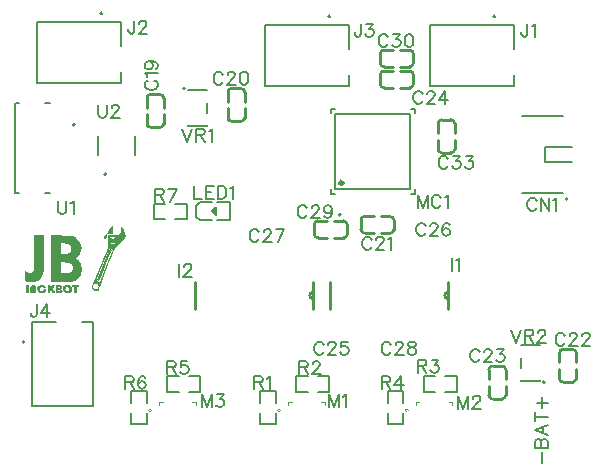
<source format=gto>
G04 Layer: TopSilkscreenLayer*
G04 EasyEDA v6.5.22, 2022-12-05 22:01:04*
G04 d1a99e3ffb4d45b387634f4a3d5e2a22,8bbad783b4b447a482771b0ae512d992,10*
G04 Gerber Generator version 0.2*
G04 Scale: 100 percent, Rotated: No, Reflected: No *
G04 Dimensions in inches *
G04 leading zeros omitted , absolute positions ,3 integer and 6 decimal *
%FSLAX36Y36*%
%MOIN*%

%ADD10C,0.0070*%
%ADD11C,0.0060*%
%ADD12C,0.0100*%
%ADD13C,0.0047*%
%ADD14C,0.0059*%
%ADD15C,0.0079*%
%ADD16C,0.0050*%
%ADD17C,0.0060*%
%ADD18C,0.0079*%
%ADD19C,0.0118*%
%ADD20C,0.0197*%

%LPD*%
G36*
X354500Y-718980D02*
G01*
X354500Y-742099D01*
X347120Y-750000D01*
X311880Y-750000D01*
X312247Y-757280D01*
X336980Y-757280D01*
X336980Y-760000D01*
X336560Y-761919D01*
X335540Y-762660D01*
X334300Y-762180D01*
X333240Y-760460D01*
X332440Y-758180D01*
X329020Y-763640D01*
X326220Y-758700D01*
X323840Y-763120D01*
X321040Y-758180D01*
X317920Y-763640D01*
X317860Y-757280D01*
X312247Y-757280D01*
X313348Y-779080D01*
X317960Y-779080D01*
X319900Y-773340D01*
X322400Y-777940D01*
X327100Y-773480D01*
X328760Y-778180D01*
X332440Y-772720D01*
X334060Y-777300D01*
X336980Y-775240D01*
X336980Y-779080D01*
X313348Y-779080D01*
X313520Y-782480D01*
X311640Y-790900D01*
X310240Y-795020D01*
X307660Y-801820D01*
X299620Y-821800D01*
X288860Y-847520D01*
X265405Y-902280D01*
X274860Y-902280D01*
X274860Y-899020D01*
X275080Y-898000D01*
X276820Y-892880D01*
X279980Y-884360D01*
X289220Y-860500D01*
X301440Y-829860D01*
X310940Y-806720D01*
X314320Y-798820D01*
X316360Y-794500D01*
X316620Y-794080D01*
X318140Y-792400D01*
X319700Y-792000D01*
X321659Y-792940D01*
X324420Y-795260D01*
X328160Y-798700D01*
X315240Y-830520D01*
X285440Y-904479D01*
X282660Y-904479D01*
X281380Y-904400D01*
X279960Y-904160D01*
X278560Y-903820D01*
X274860Y-902280D01*
X265405Y-902280D01*
X258760Y-917780D01*
X259007Y-920580D01*
X263700Y-920580D01*
X263700Y-915600D01*
X267240Y-912760D01*
X270360Y-910699D01*
X272960Y-910120D01*
X275400Y-911080D01*
X278040Y-913580D01*
X279320Y-915220D01*
X280260Y-916860D01*
X280840Y-918480D01*
X281080Y-920100D01*
X280980Y-921700D01*
X280520Y-923319D01*
X279720Y-924960D01*
X278580Y-926600D01*
X275960Y-929920D01*
X271740Y-929920D01*
X269840Y-929780D01*
X268200Y-929360D01*
X266820Y-928620D01*
X265700Y-927600D01*
X264820Y-926300D01*
X264200Y-924700D01*
X263820Y-922780D01*
X263700Y-920580D01*
X259007Y-920580D01*
X259720Y-928660D01*
X268360Y-935980D01*
X278180Y-935980D01*
X280760Y-932980D01*
X281460Y-931600D01*
X283860Y-926020D01*
X287420Y-917240D01*
X297060Y-892320D01*
X317300Y-838400D01*
X324920Y-818560D01*
X329460Y-807140D01*
X334120Y-796660D01*
X343820Y-785020D01*
X347939Y-780580D01*
X352400Y-776180D01*
X356620Y-772360D01*
X367000Y-764120D01*
X370920Y-753360D01*
X368459Y-741480D01*
X367760Y-738900D01*
X366100Y-733980D01*
X365160Y-731680D01*
X364159Y-729520D01*
X363100Y-727520D01*
X362020Y-725720D01*
X360900Y-724140D01*
X359780Y-722780D01*
X358660Y-721660D01*
X357540Y-720840D01*
G37*
G36*
X327780Y-719120D02*
G01*
X327000Y-719340D01*
X325840Y-719960D01*
X322939Y-721979D01*
X322080Y-722800D01*
X319860Y-725520D01*
X317200Y-729320D01*
X314440Y-733760D01*
X311800Y-738379D01*
X309080Y-742720D01*
X306500Y-746380D01*
X305380Y-747800D01*
X304400Y-748880D01*
X303600Y-749580D01*
X300340Y-751860D01*
X300340Y-761160D01*
X309100Y-760000D01*
X309100Y-747280D01*
X333000Y-745460D01*
X329020Y-742520D01*
X329020Y-719120D01*
G37*
G36*
X123520Y-749760D02*
G01*
X123520Y-776760D01*
X155380Y-776760D01*
X181340Y-778780D01*
X189640Y-785819D01*
X190640Y-801320D01*
X183800Y-809620D01*
X176840Y-811620D01*
X173580Y-812400D01*
X169820Y-813040D01*
X166020Y-813460D01*
X162640Y-813620D01*
X155380Y-813620D01*
X155380Y-776760D01*
X123520Y-776760D01*
X123520Y-840420D01*
X155380Y-840420D01*
X181660Y-842020D01*
X191100Y-847240D01*
X195520Y-860520D01*
X191220Y-870860D01*
X180080Y-877220D01*
X155380Y-877220D01*
X155380Y-840420D01*
X123520Y-840420D01*
X123520Y-906300D01*
X191439Y-906300D01*
X208740Y-900500D01*
X223580Y-883040D01*
X227160Y-863379D01*
X223560Y-844220D01*
X218939Y-838240D01*
X216780Y-835720D01*
X214280Y-833340D01*
X211780Y-831320D01*
X209540Y-829980D01*
X204760Y-827720D01*
X219080Y-813319D01*
X224259Y-793000D01*
X220400Y-773259D01*
X213400Y-764520D01*
X210380Y-761340D01*
X207079Y-758319D01*
X205460Y-756979D01*
X202480Y-754880D01*
X196000Y-750920D01*
G37*
G36*
X66180Y-750000D02*
G01*
X66180Y-866480D01*
X58360Y-875400D01*
X52660Y-875400D01*
X50020Y-875200D01*
X47020Y-874640D01*
X44040Y-873800D01*
X41440Y-872780D01*
X35920Y-870140D01*
X35920Y-902500D01*
X41880Y-904380D01*
X45020Y-905120D01*
X49140Y-905720D01*
X53720Y-906120D01*
X58220Y-906280D01*
X68580Y-906260D01*
X84640Y-897740D01*
X93180Y-886140D01*
X98040Y-867480D01*
X98040Y-750000D01*
G37*
G36*
X318620Y-795440D02*
G01*
X318060Y-796300D01*
X316960Y-798620D01*
X276720Y-898120D01*
X281880Y-902700D01*
X283900Y-900100D01*
X285700Y-896180D01*
X288900Y-888700D01*
X298080Y-866380D01*
X310040Y-836580D01*
X319160Y-813379D01*
X322280Y-805140D01*
X324000Y-800260D01*
X324240Y-799340D01*
X323640Y-798139D01*
X322200Y-796860D01*
X320360Y-795860D01*
G37*
G36*
X172420Y-914220D02*
G01*
X163380Y-920480D01*
X161308Y-928960D01*
X170479Y-928960D01*
X170760Y-926900D01*
X171520Y-925140D01*
X172659Y-923760D01*
X174080Y-922780D01*
X175680Y-922260D01*
X177360Y-922240D01*
X179020Y-922780D01*
X180560Y-923940D01*
X181700Y-926080D01*
X182060Y-928960D01*
X181700Y-931820D01*
X180560Y-933960D01*
X179020Y-935120D01*
X177360Y-935660D01*
X175680Y-935639D01*
X174080Y-935120D01*
X172659Y-934140D01*
X171520Y-932760D01*
X170760Y-931020D01*
X170479Y-928960D01*
X161308Y-928960D01*
X160980Y-930300D01*
X165219Y-939360D01*
X173500Y-943740D01*
X184060Y-942280D01*
X191160Y-934180D01*
X191160Y-923720D01*
X183960Y-915520D01*
G37*
G36*
X88440Y-914320D02*
G01*
X79980Y-919740D01*
X77260Y-926979D01*
X78680Y-936060D01*
X84820Y-942320D01*
X94900Y-943660D01*
X102020Y-940879D01*
X105600Y-934760D01*
X106420Y-933020D01*
X106980Y-931580D01*
X107180Y-930600D01*
X107180Y-928960D01*
X98760Y-928960D01*
X96199Y-934880D01*
X90239Y-935740D01*
X86500Y-932580D01*
X86500Y-929060D01*
X86900Y-926180D01*
X88080Y-924080D01*
X89980Y-922800D01*
X92579Y-922360D01*
X95540Y-922360D01*
X98420Y-927080D01*
X106880Y-926060D01*
X106260Y-923680D01*
X105780Y-922520D01*
X104940Y-921120D01*
X103840Y-919680D01*
X102620Y-918379D01*
X99600Y-915480D01*
G37*
G36*
X40000Y-914460D02*
G01*
X40000Y-935540D01*
X37420Y-935540D01*
X37420Y-943439D01*
X39860Y-943439D01*
X41040Y-943240D01*
X42480Y-942700D01*
X43980Y-941900D01*
X45340Y-940920D01*
X48400Y-938400D01*
X49300Y-914460D01*
G37*
G36*
X59260Y-914460D02*
G01*
X52920Y-920920D01*
X52920Y-943439D01*
X61640Y-943439D01*
X63280Y-932900D01*
X61580Y-922020D01*
X65199Y-923240D01*
X65940Y-943439D01*
X73600Y-943439D01*
X73600Y-919740D01*
X68420Y-914460D01*
G37*
G36*
X111060Y-914460D02*
G01*
X111060Y-943439D01*
X119980Y-943439D01*
X120740Y-928300D01*
X126180Y-942780D01*
X130900Y-943199D01*
X134060Y-943360D01*
X135280Y-942640D01*
X134660Y-940280D01*
X131120Y-932900D01*
X129400Y-928700D01*
X129140Y-927660D01*
X129400Y-926700D01*
X130100Y-925140D01*
X131120Y-923180D01*
X134660Y-917240D01*
X135300Y-915280D01*
X134260Y-914560D01*
X131400Y-914460D01*
X127200Y-914460D01*
X120740Y-926919D01*
X119960Y-914460D01*
G37*
G36*
X138180Y-914460D02*
G01*
X138180Y-943439D01*
X147240Y-943439D01*
X147240Y-922360D01*
X149180Y-922360D01*
X149920Y-922460D01*
X150540Y-922760D01*
X150960Y-923180D01*
X151100Y-923680D01*
X151000Y-924200D01*
X150720Y-924620D01*
X150320Y-924900D01*
X149820Y-925000D01*
X148520Y-925000D01*
X148520Y-932900D01*
X150460Y-932900D01*
X151220Y-933000D01*
X151840Y-933280D01*
X152240Y-933700D01*
X152400Y-934220D01*
X152240Y-934740D01*
X151840Y-935160D01*
X151220Y-935440D01*
X150460Y-935540D01*
X148520Y-935540D01*
X148520Y-943620D01*
X155380Y-942780D01*
X160760Y-935400D01*
X156280Y-927440D01*
X157580Y-924980D01*
X158560Y-922680D01*
X158720Y-920840D01*
X157960Y-919080D01*
X156280Y-917099D01*
X153700Y-914460D01*
G37*
G36*
X192460Y-914460D02*
G01*
X192460Y-922360D01*
X198920Y-922360D01*
X198920Y-943439D01*
X207960Y-943439D01*
X207960Y-922360D01*
X214420Y-922360D01*
X214420Y-914460D01*
G37*
D10*
X1759882Y-1507721D02*
G01*
X1759882Y-1470922D01*
X1735282Y-1457422D02*
G01*
X1778283Y-1457422D01*
X1735282Y-1457422D02*
G01*
X1735282Y-1439022D01*
X1737382Y-1432822D01*
X1739382Y-1430821D01*
X1743482Y-1428721D01*
X1747583Y-1428721D01*
X1751683Y-1430821D01*
X1753683Y-1432822D01*
X1755783Y-1439022D01*
X1755783Y-1457422D02*
G01*
X1755783Y-1439022D01*
X1757782Y-1432822D01*
X1759882Y-1430821D01*
X1763982Y-1428721D01*
X1770083Y-1428721D01*
X1774183Y-1430821D01*
X1776183Y-1432822D01*
X1778283Y-1439022D01*
X1778283Y-1457422D01*
X1735282Y-1398921D02*
G01*
X1778283Y-1415221D01*
X1735282Y-1398921D02*
G01*
X1778283Y-1382521D01*
X1763982Y-1409122D02*
G01*
X1763982Y-1388721D01*
X1735282Y-1354722D02*
G01*
X1778283Y-1354722D01*
X1735282Y-1369022D02*
G01*
X1735282Y-1340421D01*
X1741482Y-1308521D02*
G01*
X1778283Y-1308521D01*
X1759882Y-1326921D02*
G01*
X1759882Y-1290122D01*
D11*
X975699Y-659800D02*
G01*
X973599Y-655700D01*
X969499Y-651599D01*
X965500Y-649600D01*
X957299Y-649600D01*
X953199Y-651599D01*
X949099Y-655700D01*
X946999Y-659800D01*
X945000Y-665999D01*
X945000Y-676199D01*
X946999Y-682300D01*
X949099Y-686399D01*
X953199Y-690500D01*
X957299Y-692500D01*
X965500Y-692500D01*
X969499Y-690500D01*
X973599Y-686399D01*
X975699Y-682300D01*
X991199Y-659800D02*
G01*
X991199Y-657800D01*
X993299Y-653699D01*
X995299Y-651599D01*
X999399Y-649600D01*
X1007600Y-649600D01*
X1011700Y-651599D01*
X1013699Y-653699D01*
X1015799Y-657800D01*
X1015799Y-661900D01*
X1013699Y-665999D01*
X1009600Y-672100D01*
X989200Y-692500D01*
X1017799Y-692500D01*
X1057899Y-663899D02*
G01*
X1055900Y-670000D01*
X1051800Y-674099D01*
X1045600Y-676199D01*
X1043599Y-676199D01*
X1037500Y-674099D01*
X1033400Y-670000D01*
X1031300Y-663899D01*
X1031300Y-661900D01*
X1033400Y-655700D01*
X1037500Y-651599D01*
X1043599Y-649600D01*
X1045600Y-649600D01*
X1051800Y-651599D01*
X1055900Y-655700D01*
X1057899Y-663899D01*
X1057899Y-674099D01*
X1055900Y-684400D01*
X1051800Y-690500D01*
X1045600Y-692500D01*
X1041499Y-692500D01*
X1035399Y-690500D01*
X1033400Y-686399D01*
X1245699Y-89800D02*
G01*
X1243599Y-85700D01*
X1239499Y-81599D01*
X1235500Y-79600D01*
X1227299Y-79600D01*
X1223199Y-81599D01*
X1219099Y-85700D01*
X1216999Y-89800D01*
X1215000Y-95999D01*
X1215000Y-106199D01*
X1216999Y-112300D01*
X1219099Y-116399D01*
X1223199Y-120500D01*
X1227299Y-122500D01*
X1235500Y-122500D01*
X1239499Y-120500D01*
X1243599Y-116399D01*
X1245699Y-112300D01*
X1263299Y-79600D02*
G01*
X1285799Y-79600D01*
X1273500Y-95999D01*
X1279600Y-95999D01*
X1283699Y-98000D01*
X1285799Y-100000D01*
X1287799Y-106199D01*
X1287799Y-110300D01*
X1285799Y-116399D01*
X1281700Y-120500D01*
X1275500Y-122500D01*
X1269399Y-122500D01*
X1263299Y-120500D01*
X1261199Y-118499D01*
X1259200Y-114400D01*
X1313599Y-79600D02*
G01*
X1307500Y-81599D01*
X1303400Y-87800D01*
X1301300Y-98000D01*
X1301300Y-104099D01*
X1303400Y-114400D01*
X1307500Y-120500D01*
X1313599Y-122500D01*
X1317700Y-122500D01*
X1323800Y-120500D01*
X1327899Y-114400D01*
X1330000Y-104099D01*
X1330000Y-98000D01*
X1327899Y-87800D01*
X1323800Y-81599D01*
X1317700Y-79600D01*
X1313599Y-79600D01*
D10*
X1049997Y-1279634D02*
G01*
X1049997Y-1322534D01*
X1049997Y-1279634D02*
G01*
X1066397Y-1322534D01*
X1082698Y-1279634D02*
G01*
X1066397Y-1322534D01*
X1082698Y-1279634D02*
G01*
X1082698Y-1322534D01*
X1096198Y-1287734D02*
G01*
X1100298Y-1285734D01*
X1106498Y-1279634D01*
X1106498Y-1322534D01*
X1479998Y-1284623D02*
G01*
X1479998Y-1327523D01*
X1479998Y-1284623D02*
G01*
X1496399Y-1327523D01*
X1512699Y-1284623D02*
G01*
X1496399Y-1327523D01*
X1512699Y-1284623D02*
G01*
X1512699Y-1327523D01*
X1528298Y-1294823D02*
G01*
X1528298Y-1292824D01*
X1530299Y-1288724D01*
X1532398Y-1286624D01*
X1536499Y-1284623D01*
X1544598Y-1284623D01*
X1548698Y-1286624D01*
X1550798Y-1288724D01*
X1552799Y-1292824D01*
X1552799Y-1296824D01*
X1550798Y-1300924D01*
X1546698Y-1307123D01*
X1526198Y-1327523D01*
X1554898Y-1327523D01*
X625003Y-1279623D02*
G01*
X625003Y-1322523D01*
X625003Y-1279623D02*
G01*
X641404Y-1322523D01*
X657703Y-1279623D02*
G01*
X641404Y-1322523D01*
X657703Y-1279623D02*
G01*
X657703Y-1322523D01*
X675304Y-1279623D02*
G01*
X697804Y-1279623D01*
X685504Y-1295924D01*
X691703Y-1295924D01*
X695803Y-1298024D01*
X697804Y-1300023D01*
X699904Y-1306224D01*
X699904Y-1310324D01*
X697804Y-1316424D01*
X693703Y-1320524D01*
X687604Y-1322523D01*
X681503Y-1322523D01*
X675304Y-1320524D01*
X673303Y-1318424D01*
X671203Y-1314324D01*
D11*
X444800Y-234299D02*
G01*
X440700Y-236399D01*
X436599Y-240500D01*
X434600Y-244499D01*
X434600Y-252699D01*
X436599Y-256799D01*
X440700Y-260900D01*
X444800Y-263000D01*
X450999Y-265000D01*
X461199Y-265000D01*
X467300Y-263000D01*
X471399Y-260900D01*
X475500Y-256799D01*
X477500Y-252699D01*
X477500Y-244499D01*
X475500Y-240500D01*
X471399Y-236399D01*
X467300Y-234299D01*
X442800Y-220799D02*
G01*
X440700Y-216700D01*
X434600Y-210599D01*
X477500Y-210599D01*
X448899Y-170500D02*
G01*
X455000Y-172500D01*
X459099Y-176599D01*
X461199Y-182800D01*
X461199Y-184800D01*
X459099Y-190999D01*
X455000Y-195000D01*
X448899Y-197100D01*
X446900Y-197100D01*
X440700Y-195000D01*
X436599Y-190999D01*
X434600Y-184800D01*
X434600Y-182800D01*
X436599Y-176599D01*
X440700Y-172500D01*
X448899Y-170500D01*
X459099Y-170500D01*
X469400Y-172500D01*
X475500Y-176599D01*
X477500Y-182800D01*
X477500Y-186900D01*
X475500Y-193000D01*
X471399Y-195000D01*
X695700Y-214800D02*
G01*
X693600Y-210700D01*
X689499Y-206599D01*
X685500Y-204600D01*
X677300Y-204600D01*
X673200Y-206599D01*
X669099Y-210700D01*
X666999Y-214800D01*
X665000Y-220999D01*
X665000Y-231199D01*
X666999Y-237300D01*
X669099Y-241399D01*
X673200Y-245500D01*
X677300Y-247500D01*
X685500Y-247500D01*
X689499Y-245500D01*
X693600Y-241399D01*
X695700Y-237300D01*
X711199Y-214800D02*
G01*
X711199Y-212800D01*
X713299Y-208699D01*
X715300Y-206599D01*
X719400Y-204600D01*
X727600Y-204600D01*
X731700Y-206599D01*
X733699Y-208699D01*
X735799Y-212800D01*
X735799Y-216900D01*
X733699Y-220999D01*
X729600Y-227100D01*
X709200Y-247500D01*
X737800Y-247500D01*
X763599Y-204600D02*
G01*
X757500Y-206599D01*
X753400Y-212800D01*
X751300Y-223000D01*
X751300Y-229099D01*
X753400Y-239400D01*
X757500Y-245500D01*
X763599Y-247500D01*
X767700Y-247500D01*
X773800Y-245500D01*
X777899Y-239400D01*
X780000Y-229099D01*
X780000Y-223000D01*
X777899Y-212800D01*
X773800Y-206599D01*
X767700Y-204600D01*
X763599Y-204600D01*
X1190699Y-764800D02*
G01*
X1188599Y-760700D01*
X1184499Y-756599D01*
X1180500Y-754600D01*
X1172299Y-754600D01*
X1168199Y-756599D01*
X1164099Y-760700D01*
X1161999Y-764800D01*
X1160000Y-770999D01*
X1160000Y-781199D01*
X1161999Y-787300D01*
X1164099Y-791399D01*
X1168199Y-795500D01*
X1172299Y-797500D01*
X1180500Y-797500D01*
X1184499Y-795500D01*
X1188599Y-791399D01*
X1190699Y-787300D01*
X1206199Y-764800D02*
G01*
X1206199Y-762800D01*
X1208299Y-758699D01*
X1210299Y-756599D01*
X1214399Y-754600D01*
X1222600Y-754600D01*
X1226700Y-756599D01*
X1228699Y-758699D01*
X1230799Y-762800D01*
X1230799Y-766900D01*
X1228699Y-770999D01*
X1224600Y-777100D01*
X1204200Y-797500D01*
X1232799Y-797500D01*
X1246300Y-762800D02*
G01*
X1250399Y-760700D01*
X1256499Y-754600D01*
X1256499Y-797500D01*
X1835699Y-1084800D02*
G01*
X1833599Y-1080700D01*
X1829499Y-1076599D01*
X1825500Y-1074600D01*
X1817299Y-1074600D01*
X1813199Y-1076599D01*
X1809099Y-1080700D01*
X1806999Y-1084800D01*
X1805000Y-1090999D01*
X1805000Y-1101199D01*
X1806999Y-1107300D01*
X1809099Y-1111399D01*
X1813199Y-1115500D01*
X1817299Y-1117500D01*
X1825500Y-1117500D01*
X1829499Y-1115500D01*
X1833599Y-1111399D01*
X1835699Y-1107300D01*
X1851199Y-1084800D02*
G01*
X1851199Y-1082800D01*
X1853299Y-1078699D01*
X1855299Y-1076599D01*
X1859399Y-1074600D01*
X1867600Y-1074600D01*
X1871700Y-1076599D01*
X1873699Y-1078699D01*
X1875799Y-1082800D01*
X1875799Y-1086900D01*
X1873699Y-1090999D01*
X1869600Y-1097100D01*
X1849200Y-1117500D01*
X1877799Y-1117500D01*
X1893400Y-1084800D02*
G01*
X1893400Y-1082800D01*
X1895399Y-1078699D01*
X1897500Y-1076599D01*
X1901499Y-1074600D01*
X1909700Y-1074600D01*
X1913800Y-1076599D01*
X1915900Y-1078699D01*
X1917899Y-1082800D01*
X1917899Y-1086900D01*
X1915900Y-1090999D01*
X1911800Y-1097100D01*
X1891300Y-1117500D01*
X1920000Y-1117500D01*
X1550699Y-1139800D02*
G01*
X1548599Y-1135700D01*
X1544499Y-1131599D01*
X1540500Y-1129600D01*
X1532299Y-1129600D01*
X1528199Y-1131599D01*
X1524099Y-1135700D01*
X1521999Y-1139800D01*
X1520000Y-1145999D01*
X1520000Y-1156199D01*
X1521999Y-1162300D01*
X1524099Y-1166399D01*
X1528199Y-1170500D01*
X1532299Y-1172500D01*
X1540500Y-1172500D01*
X1544499Y-1170500D01*
X1548599Y-1166399D01*
X1550699Y-1162300D01*
X1566199Y-1139800D02*
G01*
X1566199Y-1137800D01*
X1568299Y-1133699D01*
X1570299Y-1131599D01*
X1574399Y-1129600D01*
X1582600Y-1129600D01*
X1586700Y-1131599D01*
X1588699Y-1133699D01*
X1590799Y-1137800D01*
X1590799Y-1141900D01*
X1588699Y-1145999D01*
X1584600Y-1152100D01*
X1564200Y-1172500D01*
X1592799Y-1172500D01*
X1610399Y-1129600D02*
G01*
X1632899Y-1129600D01*
X1620600Y-1145999D01*
X1626800Y-1145999D01*
X1630900Y-1148000D01*
X1632899Y-1150000D01*
X1635000Y-1156199D01*
X1635000Y-1160300D01*
X1632899Y-1166399D01*
X1628800Y-1170500D01*
X1622700Y-1172500D01*
X1616499Y-1172500D01*
X1610399Y-1170500D01*
X1608400Y-1168499D01*
X1606300Y-1164400D01*
X1360699Y-279800D02*
G01*
X1358599Y-275700D01*
X1354499Y-271599D01*
X1350500Y-269600D01*
X1342299Y-269600D01*
X1338199Y-271599D01*
X1334099Y-275700D01*
X1331999Y-279800D01*
X1330000Y-285999D01*
X1330000Y-296199D01*
X1331999Y-302300D01*
X1334099Y-306399D01*
X1338199Y-310500D01*
X1342299Y-312500D01*
X1350500Y-312500D01*
X1354499Y-310500D01*
X1358599Y-306399D01*
X1360699Y-302300D01*
X1376199Y-279800D02*
G01*
X1376199Y-277800D01*
X1378299Y-273699D01*
X1380299Y-271599D01*
X1384399Y-269600D01*
X1392600Y-269600D01*
X1396700Y-271599D01*
X1398699Y-273699D01*
X1400799Y-277800D01*
X1400799Y-281900D01*
X1398699Y-285999D01*
X1394600Y-292100D01*
X1374200Y-312500D01*
X1402799Y-312500D01*
X1436800Y-269600D02*
G01*
X1416300Y-298200D01*
X1446999Y-298200D01*
X1436800Y-269600D02*
G01*
X1436800Y-312500D01*
X1445699Y-494800D02*
G01*
X1443599Y-490700D01*
X1439499Y-486599D01*
X1435500Y-484600D01*
X1427299Y-484600D01*
X1423199Y-486599D01*
X1419099Y-490700D01*
X1416999Y-494800D01*
X1415000Y-500999D01*
X1415000Y-511199D01*
X1416999Y-517300D01*
X1419099Y-521399D01*
X1423199Y-525500D01*
X1427299Y-527500D01*
X1435500Y-527500D01*
X1439499Y-525500D01*
X1443599Y-521399D01*
X1445699Y-517300D01*
X1463299Y-484600D02*
G01*
X1485799Y-484600D01*
X1473500Y-500999D01*
X1479600Y-500999D01*
X1483699Y-503000D01*
X1485799Y-505000D01*
X1487799Y-511199D01*
X1487799Y-515300D01*
X1485799Y-521399D01*
X1481700Y-525500D01*
X1475500Y-527500D01*
X1469399Y-527500D01*
X1463299Y-525500D01*
X1461199Y-523499D01*
X1459200Y-519400D01*
X1505399Y-484600D02*
G01*
X1527899Y-484600D01*
X1515600Y-500999D01*
X1521800Y-500999D01*
X1525900Y-503000D01*
X1527899Y-505000D01*
X1530000Y-511199D01*
X1530000Y-515300D01*
X1527899Y-521399D01*
X1523800Y-525500D01*
X1517700Y-527500D01*
X1511499Y-527500D01*
X1505399Y-525500D01*
X1503400Y-523499D01*
X1501300Y-519400D01*
X1030699Y-1114800D02*
G01*
X1028599Y-1110700D01*
X1024499Y-1106599D01*
X1020500Y-1104600D01*
X1012299Y-1104600D01*
X1008199Y-1106599D01*
X1004099Y-1110700D01*
X1001999Y-1114800D01*
X1000000Y-1120999D01*
X1000000Y-1131199D01*
X1001999Y-1137300D01*
X1004099Y-1141399D01*
X1008199Y-1145500D01*
X1012299Y-1147500D01*
X1020500Y-1147500D01*
X1024499Y-1145500D01*
X1028599Y-1141399D01*
X1030699Y-1137300D01*
X1046199Y-1114800D02*
G01*
X1046199Y-1112800D01*
X1048299Y-1108699D01*
X1050299Y-1106599D01*
X1054399Y-1104600D01*
X1062600Y-1104600D01*
X1066700Y-1106599D01*
X1068699Y-1108699D01*
X1070799Y-1112800D01*
X1070799Y-1116900D01*
X1068699Y-1120999D01*
X1064600Y-1127100D01*
X1044200Y-1147500D01*
X1072799Y-1147500D01*
X1110900Y-1104600D02*
G01*
X1090399Y-1104600D01*
X1088400Y-1123000D01*
X1090399Y-1120999D01*
X1096499Y-1118899D01*
X1102700Y-1118899D01*
X1108800Y-1120999D01*
X1112899Y-1125000D01*
X1115000Y-1131199D01*
X1115000Y-1135300D01*
X1112899Y-1141399D01*
X1108800Y-1145500D01*
X1102700Y-1147500D01*
X1096499Y-1147500D01*
X1090399Y-1145500D01*
X1088400Y-1143499D01*
X1086300Y-1139400D01*
X1370699Y-719800D02*
G01*
X1368599Y-715700D01*
X1364499Y-711599D01*
X1360500Y-709600D01*
X1352299Y-709600D01*
X1348199Y-711599D01*
X1344099Y-715700D01*
X1341999Y-719800D01*
X1340000Y-725999D01*
X1340000Y-736199D01*
X1341999Y-742300D01*
X1344099Y-746399D01*
X1348199Y-750500D01*
X1352299Y-752500D01*
X1360500Y-752500D01*
X1364499Y-750500D01*
X1368599Y-746399D01*
X1370699Y-742300D01*
X1386199Y-719800D02*
G01*
X1386199Y-717800D01*
X1388299Y-713699D01*
X1390299Y-711599D01*
X1394399Y-709600D01*
X1402600Y-709600D01*
X1406700Y-711599D01*
X1408699Y-713699D01*
X1410799Y-717800D01*
X1410799Y-721900D01*
X1408699Y-725999D01*
X1404600Y-732100D01*
X1384200Y-752500D01*
X1412799Y-752500D01*
X1450900Y-715700D02*
G01*
X1448800Y-711599D01*
X1442700Y-709600D01*
X1438599Y-709600D01*
X1432500Y-711599D01*
X1428400Y-717800D01*
X1426300Y-728000D01*
X1426300Y-738200D01*
X1428400Y-746399D01*
X1432500Y-750500D01*
X1438599Y-752500D01*
X1440600Y-752500D01*
X1446800Y-750500D01*
X1450900Y-746399D01*
X1452899Y-740300D01*
X1452899Y-738200D01*
X1450900Y-732100D01*
X1446800Y-728000D01*
X1440600Y-725999D01*
X1438599Y-725999D01*
X1432500Y-728000D01*
X1428400Y-732100D01*
X1426300Y-738200D01*
X815699Y-739800D02*
G01*
X813599Y-735700D01*
X809499Y-731599D01*
X805500Y-729600D01*
X797299Y-729600D01*
X793199Y-731599D01*
X789099Y-735700D01*
X786999Y-739800D01*
X785000Y-745999D01*
X785000Y-756199D01*
X786999Y-762300D01*
X789099Y-766399D01*
X793199Y-770500D01*
X797299Y-772500D01*
X805500Y-772500D01*
X809499Y-770500D01*
X813599Y-766399D01*
X815699Y-762300D01*
X831199Y-739800D02*
G01*
X831199Y-737800D01*
X833299Y-733699D01*
X835299Y-731599D01*
X839399Y-729600D01*
X847600Y-729600D01*
X851700Y-731599D01*
X853699Y-733699D01*
X855799Y-737800D01*
X855799Y-741900D01*
X853699Y-745999D01*
X849600Y-752100D01*
X829200Y-772500D01*
X857799Y-772500D01*
X900000Y-729600D02*
G01*
X879499Y-772500D01*
X871300Y-729600D02*
G01*
X900000Y-729600D01*
X1255699Y-1114800D02*
G01*
X1253599Y-1110700D01*
X1249499Y-1106599D01*
X1245500Y-1104600D01*
X1237299Y-1104600D01*
X1233199Y-1106599D01*
X1229099Y-1110700D01*
X1226999Y-1114800D01*
X1225000Y-1120999D01*
X1225000Y-1131199D01*
X1226999Y-1137300D01*
X1229099Y-1141399D01*
X1233199Y-1145500D01*
X1237299Y-1147500D01*
X1245500Y-1147500D01*
X1249499Y-1145500D01*
X1253599Y-1141399D01*
X1255699Y-1137300D01*
X1271199Y-1114800D02*
G01*
X1271199Y-1112800D01*
X1273299Y-1108699D01*
X1275299Y-1106599D01*
X1279399Y-1104600D01*
X1287600Y-1104600D01*
X1291700Y-1106599D01*
X1293699Y-1108699D01*
X1295799Y-1112800D01*
X1295799Y-1116900D01*
X1293699Y-1120999D01*
X1289600Y-1127100D01*
X1269200Y-1147500D01*
X1297799Y-1147500D01*
X1321499Y-1104600D02*
G01*
X1315399Y-1106599D01*
X1313400Y-1110700D01*
X1313400Y-1114800D01*
X1315399Y-1118899D01*
X1319499Y-1120999D01*
X1327700Y-1123000D01*
X1333800Y-1125000D01*
X1337899Y-1129099D01*
X1340000Y-1133200D01*
X1340000Y-1139400D01*
X1337899Y-1143499D01*
X1335900Y-1145500D01*
X1329700Y-1147500D01*
X1321499Y-1147500D01*
X1315399Y-1145500D01*
X1313400Y-1143499D01*
X1311300Y-1139400D01*
X1311300Y-1133200D01*
X1313400Y-1129099D01*
X1317500Y-1125000D01*
X1323599Y-1123000D01*
X1331800Y-1120999D01*
X1335900Y-1118899D01*
X1337899Y-1114800D01*
X1337899Y-1110700D01*
X1335900Y-1106599D01*
X1329700Y-1104600D01*
X1321499Y-1104600D01*
X1740699Y-634800D02*
G01*
X1738599Y-630700D01*
X1734499Y-626599D01*
X1730500Y-624600D01*
X1722299Y-624600D01*
X1718199Y-626599D01*
X1714099Y-630700D01*
X1711999Y-634800D01*
X1710000Y-640999D01*
X1710000Y-651199D01*
X1711999Y-657300D01*
X1714099Y-661399D01*
X1718199Y-665500D01*
X1722299Y-667500D01*
X1730500Y-667500D01*
X1734499Y-665500D01*
X1738599Y-661399D01*
X1740699Y-657300D01*
X1754200Y-624600D02*
G01*
X1754200Y-667500D01*
X1754200Y-624600D02*
G01*
X1782799Y-667500D01*
X1782799Y-624600D02*
G01*
X1782799Y-667500D01*
X1796300Y-632800D02*
G01*
X1800399Y-630700D01*
X1806499Y-624600D01*
X1806499Y-667500D01*
X1460000Y-824600D02*
G01*
X1460000Y-867500D01*
X1473500Y-832800D02*
G01*
X1477600Y-830700D01*
X1483699Y-824600D01*
X1483699Y-867500D01*
X550000Y-844600D02*
G01*
X550000Y-887500D01*
X565500Y-854800D02*
G01*
X565500Y-852800D01*
X567600Y-848699D01*
X569600Y-846599D01*
X573699Y-844600D01*
X581900Y-844600D01*
X585999Y-846599D01*
X588000Y-848699D01*
X590100Y-852800D01*
X590100Y-856900D01*
X588000Y-860999D01*
X584000Y-867100D01*
X563499Y-887500D01*
X592100Y-887500D01*
X1710500Y-44600D02*
G01*
X1710500Y-77300D01*
X1708400Y-83499D01*
X1706400Y-85500D01*
X1702299Y-87500D01*
X1698199Y-87500D01*
X1694099Y-85500D01*
X1691999Y-83499D01*
X1690000Y-77300D01*
X1690000Y-73200D01*
X1723999Y-52800D02*
G01*
X1728000Y-50700D01*
X1734200Y-44600D01*
X1734200Y-87500D01*
X400500Y-34600D02*
G01*
X400500Y-67300D01*
X398400Y-73499D01*
X396399Y-75500D01*
X392300Y-77500D01*
X388200Y-77500D01*
X384099Y-75500D01*
X381999Y-73499D01*
X380000Y-67300D01*
X380000Y-63200D01*
X415999Y-44800D02*
G01*
X415999Y-42800D01*
X418000Y-38699D01*
X420100Y-36599D01*
X424200Y-34600D01*
X432399Y-34600D01*
X436500Y-36599D01*
X438499Y-38699D01*
X440500Y-42800D01*
X440500Y-46900D01*
X438499Y-50999D01*
X434400Y-57100D01*
X414000Y-77500D01*
X442600Y-77500D01*
X1155500Y-44600D02*
G01*
X1155500Y-77300D01*
X1153400Y-83499D01*
X1151400Y-85500D01*
X1147299Y-87500D01*
X1143199Y-87500D01*
X1139099Y-85500D01*
X1136999Y-83499D01*
X1135000Y-77300D01*
X1135000Y-73200D01*
X1173000Y-44600D02*
G01*
X1195500Y-44600D01*
X1183299Y-60999D01*
X1189399Y-60999D01*
X1193500Y-63000D01*
X1195500Y-65000D01*
X1197600Y-71199D01*
X1197600Y-75300D01*
X1195500Y-81399D01*
X1191499Y-85500D01*
X1185299Y-87500D01*
X1179200Y-87500D01*
X1173000Y-85500D01*
X1171000Y-83499D01*
X1168999Y-79400D01*
X75500Y-979600D02*
G01*
X75500Y-1012300D01*
X73400Y-1018499D01*
X71399Y-1020500D01*
X67300Y-1022500D01*
X63200Y-1022500D01*
X59099Y-1020500D01*
X56999Y-1018499D01*
X55000Y-1012300D01*
X55000Y-1008200D01*
X109400Y-979600D02*
G01*
X89000Y-1008200D01*
X119600Y-1008200D01*
X109400Y-979600D02*
G01*
X109400Y-1022500D01*
X600000Y-584600D02*
G01*
X600000Y-627500D01*
X600000Y-627500D02*
G01*
X624499Y-627500D01*
X638000Y-584600D02*
G01*
X638000Y-627500D01*
X638000Y-584600D02*
G01*
X664600Y-584600D01*
X638000Y-605000D02*
G01*
X654400Y-605000D01*
X638000Y-627500D02*
G01*
X664600Y-627500D01*
X678099Y-584600D02*
G01*
X678099Y-627500D01*
X678099Y-584600D02*
G01*
X692500Y-584600D01*
X698600Y-586599D01*
X702699Y-590700D01*
X704699Y-594800D01*
X706799Y-600999D01*
X706799Y-611199D01*
X704699Y-617300D01*
X702699Y-621399D01*
X698600Y-625500D01*
X692500Y-627500D01*
X678099Y-627500D01*
X720300Y-592800D02*
G01*
X724400Y-590700D01*
X730500Y-584600D01*
X730500Y-627500D01*
X1345000Y-614600D02*
G01*
X1345000Y-657500D01*
X1345000Y-614600D02*
G01*
X1361400Y-657500D01*
X1377700Y-614600D02*
G01*
X1361400Y-657500D01*
X1377700Y-614600D02*
G01*
X1377700Y-657500D01*
X1421899Y-624800D02*
G01*
X1419899Y-620700D01*
X1415799Y-616599D01*
X1411700Y-614600D01*
X1403500Y-614600D01*
X1399399Y-616599D01*
X1395299Y-620700D01*
X1393299Y-624800D01*
X1391199Y-630999D01*
X1391199Y-641199D01*
X1393299Y-647300D01*
X1395299Y-651399D01*
X1399399Y-655500D01*
X1403500Y-657500D01*
X1411700Y-657500D01*
X1415799Y-655500D01*
X1419899Y-651399D01*
X1421899Y-647300D01*
X1435399Y-622800D02*
G01*
X1439499Y-620700D01*
X1445600Y-614600D01*
X1445600Y-657500D01*
X800000Y-1219600D02*
G01*
X800000Y-1262500D01*
X800000Y-1219600D02*
G01*
X818400Y-1219600D01*
X824499Y-1221599D01*
X826599Y-1223699D01*
X828599Y-1227800D01*
X828599Y-1231900D01*
X826599Y-1235999D01*
X824499Y-1238000D01*
X818400Y-1240000D01*
X800000Y-1240000D01*
X814300Y-1240000D02*
G01*
X828599Y-1262500D01*
X842100Y-1227800D02*
G01*
X846199Y-1225700D01*
X852399Y-1219600D01*
X852399Y-1262500D01*
X950000Y-1169600D02*
G01*
X950000Y-1212500D01*
X950000Y-1169600D02*
G01*
X968400Y-1169600D01*
X974499Y-1171599D01*
X976599Y-1173699D01*
X978599Y-1177800D01*
X978599Y-1181900D01*
X976599Y-1185999D01*
X974499Y-1188000D01*
X968400Y-1190000D01*
X950000Y-1190000D01*
X964300Y-1190000D02*
G01*
X978599Y-1212500D01*
X994200Y-1179800D02*
G01*
X994200Y-1177800D01*
X996199Y-1173699D01*
X998299Y-1171599D01*
X1002399Y-1169600D01*
X1010500Y-1169600D01*
X1014600Y-1171599D01*
X1016700Y-1173699D01*
X1018699Y-1177800D01*
X1018699Y-1181900D01*
X1016700Y-1185999D01*
X1012600Y-1192100D01*
X992100Y-1212500D01*
X1020799Y-1212500D01*
X1345000Y-1164600D02*
G01*
X1345000Y-1207500D01*
X1345000Y-1164600D02*
G01*
X1363400Y-1164600D01*
X1369499Y-1166599D01*
X1371599Y-1168699D01*
X1373599Y-1172800D01*
X1373599Y-1176900D01*
X1371599Y-1180999D01*
X1369499Y-1183000D01*
X1363400Y-1185000D01*
X1345000Y-1185000D01*
X1359300Y-1185000D02*
G01*
X1373599Y-1207500D01*
X1391199Y-1164600D02*
G01*
X1413699Y-1164600D01*
X1401499Y-1180999D01*
X1407600Y-1180999D01*
X1411700Y-1183000D01*
X1413699Y-1185000D01*
X1415799Y-1191199D01*
X1415799Y-1195300D01*
X1413699Y-1201399D01*
X1409600Y-1205500D01*
X1403500Y-1207500D01*
X1397399Y-1207500D01*
X1391199Y-1205500D01*
X1389200Y-1203499D01*
X1387100Y-1199400D01*
X1225000Y-1219600D02*
G01*
X1225000Y-1262500D01*
X1225000Y-1219600D02*
G01*
X1243400Y-1219600D01*
X1249499Y-1221599D01*
X1251599Y-1223699D01*
X1253599Y-1227800D01*
X1253599Y-1231900D01*
X1251599Y-1235999D01*
X1249499Y-1238000D01*
X1243400Y-1240000D01*
X1225000Y-1240000D01*
X1239300Y-1240000D02*
G01*
X1253599Y-1262500D01*
X1287600Y-1219600D02*
G01*
X1267100Y-1248200D01*
X1297799Y-1248200D01*
X1287600Y-1219600D02*
G01*
X1287600Y-1262500D01*
X510000Y-1169600D02*
G01*
X510000Y-1212500D01*
X510000Y-1169600D02*
G01*
X528400Y-1169600D01*
X534499Y-1171599D01*
X536599Y-1173699D01*
X538600Y-1177800D01*
X538600Y-1181900D01*
X536599Y-1185999D01*
X534499Y-1188000D01*
X528400Y-1190000D01*
X510000Y-1190000D01*
X524299Y-1190000D02*
G01*
X538600Y-1212500D01*
X576700Y-1169600D02*
G01*
X556199Y-1169600D01*
X554200Y-1188000D01*
X556199Y-1185999D01*
X562399Y-1183899D01*
X568499Y-1183899D01*
X574600Y-1185999D01*
X578699Y-1190000D01*
X580799Y-1196199D01*
X580799Y-1200300D01*
X578699Y-1206399D01*
X574600Y-1210500D01*
X568499Y-1212500D01*
X562399Y-1212500D01*
X556199Y-1210500D01*
X554200Y-1208499D01*
X552100Y-1204400D01*
X370000Y-1219600D02*
G01*
X370000Y-1262500D01*
X370000Y-1219600D02*
G01*
X388400Y-1219600D01*
X394499Y-1221599D01*
X396599Y-1223699D01*
X398600Y-1227800D01*
X398600Y-1231900D01*
X396599Y-1235999D01*
X394499Y-1238000D01*
X388400Y-1240000D01*
X370000Y-1240000D01*
X384299Y-1240000D02*
G01*
X398600Y-1262500D01*
X436700Y-1225700D02*
G01*
X434600Y-1221599D01*
X428499Y-1219600D01*
X424400Y-1219600D01*
X418299Y-1221599D01*
X414200Y-1227800D01*
X412100Y-1238000D01*
X412100Y-1248200D01*
X414200Y-1256399D01*
X418299Y-1260500D01*
X424400Y-1262500D01*
X426500Y-1262500D01*
X432600Y-1260500D01*
X436700Y-1256399D01*
X438699Y-1250300D01*
X438699Y-1248200D01*
X436700Y-1242100D01*
X432600Y-1238000D01*
X426500Y-1235999D01*
X424400Y-1235999D01*
X418299Y-1238000D01*
X414200Y-1242100D01*
X412100Y-1248200D01*
X470000Y-594600D02*
G01*
X470000Y-637500D01*
X470000Y-594600D02*
G01*
X488400Y-594600D01*
X494499Y-596599D01*
X496599Y-598699D01*
X498600Y-602800D01*
X498600Y-606900D01*
X496599Y-610999D01*
X494499Y-613000D01*
X488400Y-615000D01*
X470000Y-615000D01*
X484299Y-615000D02*
G01*
X498600Y-637500D01*
X540799Y-594600D02*
G01*
X520300Y-637500D01*
X512100Y-594600D02*
G01*
X540799Y-594600D01*
X280000Y-314600D02*
G01*
X280000Y-345300D01*
X281999Y-351399D01*
X286100Y-355500D01*
X292300Y-357500D01*
X296399Y-357500D01*
X302500Y-355500D01*
X306599Y-351399D01*
X308600Y-345300D01*
X308600Y-314600D01*
X324200Y-324800D02*
G01*
X324200Y-322800D01*
X326199Y-318699D01*
X328299Y-316599D01*
X332399Y-314600D01*
X340500Y-314600D01*
X344600Y-316599D01*
X346700Y-318699D01*
X348699Y-322800D01*
X348699Y-326900D01*
X346700Y-330999D01*
X342600Y-337100D01*
X322100Y-357500D01*
X350799Y-357500D01*
X560000Y-394600D02*
G01*
X576399Y-437500D01*
X592699Y-394600D02*
G01*
X576399Y-437500D01*
X606199Y-394600D02*
G01*
X606199Y-437500D01*
X606199Y-394600D02*
G01*
X624600Y-394600D01*
X630799Y-396599D01*
X632800Y-398699D01*
X634899Y-402800D01*
X634899Y-406900D01*
X632800Y-410999D01*
X630799Y-413000D01*
X624600Y-415000D01*
X606199Y-415000D01*
X620500Y-415000D02*
G01*
X634899Y-437500D01*
X648400Y-402800D02*
G01*
X652500Y-400700D01*
X658600Y-394600D01*
X658600Y-437500D01*
X1655000Y-1064600D02*
G01*
X1671400Y-1107500D01*
X1687700Y-1064600D02*
G01*
X1671400Y-1107500D01*
X1701199Y-1064600D02*
G01*
X1701199Y-1107500D01*
X1701199Y-1064600D02*
G01*
X1719600Y-1064600D01*
X1725799Y-1066599D01*
X1727799Y-1068699D01*
X1729899Y-1072800D01*
X1729899Y-1076900D01*
X1727799Y-1080999D01*
X1725799Y-1083000D01*
X1719600Y-1085000D01*
X1701199Y-1085000D01*
X1715500Y-1085000D02*
G01*
X1729899Y-1107500D01*
X1745399Y-1074800D02*
G01*
X1745399Y-1072800D01*
X1747500Y-1068699D01*
X1749499Y-1066599D01*
X1753599Y-1064600D01*
X1761800Y-1064600D01*
X1765900Y-1066599D01*
X1767899Y-1068699D01*
X1770000Y-1072800D01*
X1770000Y-1076900D01*
X1767899Y-1080999D01*
X1763800Y-1087100D01*
X1743400Y-1107500D01*
X1771999Y-1107500D01*
X145000Y-634600D02*
G01*
X145000Y-665300D01*
X146999Y-671399D01*
X151100Y-675500D01*
X157300Y-677500D01*
X161399Y-677500D01*
X167500Y-675500D01*
X171599Y-671399D01*
X173600Y-665300D01*
X173600Y-634600D01*
X187100Y-642800D02*
G01*
X191199Y-640700D01*
X197399Y-634600D01*
X197399Y-677500D01*
D12*
X1109724Y-714261D02*
G01*
X1109724Y-745758D01*
X1066033Y-702062D02*
G01*
X1097529Y-702062D01*
X1066033Y-757953D02*
G01*
X1097529Y-757953D01*
X1043361Y-701833D02*
G01*
X1011864Y-701833D01*
X999666Y-714031D02*
G01*
X999666Y-745525D01*
X1043361Y-757723D02*
G01*
X1011864Y-757723D01*
X1220275Y-175738D02*
G01*
X1220275Y-144241D01*
X1263966Y-187937D02*
G01*
X1232470Y-187937D01*
X1263966Y-132046D02*
G01*
X1232470Y-132046D01*
X1286638Y-188166D02*
G01*
X1318135Y-188166D01*
X1330333Y-175969D02*
G01*
X1330333Y-144474D01*
X1286638Y-132276D02*
G01*
X1318135Y-132276D01*
D13*
X913180Y-1314018D02*
G01*
X913180Y-1307127D01*
X924989Y-1307127D01*
X1035219Y-1314018D02*
G01*
X1035219Y-1307127D01*
X1023410Y-1307127D01*
X1460218Y-1314023D02*
G01*
X1460218Y-1307134D01*
X1448409Y-1307134D01*
X1338179Y-1314023D02*
G01*
X1338179Y-1307134D01*
X1349988Y-1307134D01*
X605221Y-1314023D02*
G01*
X605221Y-1307134D01*
X593411Y-1307134D01*
X483182Y-1314023D02*
G01*
X483182Y-1307134D01*
X494992Y-1307134D01*
D12*
X454261Y-280275D02*
G01*
X485758Y-280275D01*
X442062Y-323966D02*
G01*
X442062Y-292471D01*
X497953Y-323966D02*
G01*
X497953Y-292471D01*
X441833Y-346639D02*
G01*
X441833Y-378135D01*
X454030Y-390333D02*
G01*
X485525Y-390333D01*
X497723Y-346639D02*
G01*
X497723Y-378135D01*
X724261Y-260275D02*
G01*
X755758Y-260275D01*
X712062Y-303966D02*
G01*
X712062Y-272471D01*
X767953Y-303966D02*
G01*
X767953Y-272471D01*
X711833Y-326639D02*
G01*
X711833Y-358135D01*
X724031Y-370333D02*
G01*
X755525Y-370333D01*
X767722Y-326639D02*
G01*
X767722Y-358135D01*
X1155275Y-730738D02*
G01*
X1155275Y-699241D01*
X1198966Y-742937D02*
G01*
X1167470Y-742937D01*
X1198966Y-687046D02*
G01*
X1167470Y-687046D01*
X1221638Y-743166D02*
G01*
X1253135Y-743166D01*
X1265333Y-730969D02*
G01*
X1265333Y-699474D01*
X1221638Y-687276D02*
G01*
X1253135Y-687276D01*
X1860739Y-1239724D02*
G01*
X1829242Y-1239724D01*
X1872938Y-1196033D02*
G01*
X1872938Y-1227528D01*
X1817046Y-1196033D02*
G01*
X1817046Y-1227528D01*
X1873167Y-1173360D02*
G01*
X1873167Y-1141864D01*
X1860968Y-1129666D02*
G01*
X1829474Y-1129666D01*
X1817277Y-1173360D02*
G01*
X1817277Y-1141864D01*
X1594260Y-1185275D02*
G01*
X1625757Y-1185275D01*
X1582061Y-1228966D02*
G01*
X1582061Y-1197471D01*
X1637953Y-1228966D02*
G01*
X1637953Y-1197471D01*
X1581832Y-1251639D02*
G01*
X1581832Y-1283135D01*
X1594031Y-1295333D02*
G01*
X1625525Y-1295333D01*
X1637722Y-1251639D02*
G01*
X1637722Y-1283135D01*
X1220275Y-245738D02*
G01*
X1220275Y-214241D01*
X1263966Y-257937D02*
G01*
X1232470Y-257937D01*
X1263966Y-202046D02*
G01*
X1232470Y-202046D01*
X1286638Y-258166D02*
G01*
X1318135Y-258166D01*
X1330333Y-245969D02*
G01*
X1330333Y-214474D01*
X1286638Y-202276D02*
G01*
X1318135Y-202276D01*
X1455739Y-474724D02*
G01*
X1424242Y-474724D01*
X1467938Y-431033D02*
G01*
X1467938Y-462528D01*
X1412046Y-431033D02*
G01*
X1412046Y-462528D01*
X1468167Y-408360D02*
G01*
X1468167Y-376864D01*
X1455968Y-364666D02*
G01*
X1424474Y-364666D01*
X1412277Y-408360D02*
G01*
X1412277Y-376864D01*
D14*
X1860000Y-505000D02*
G01*
X1770000Y-505000D01*
X1770000Y-455000D01*
X1860000Y-455000D01*
D15*
X1827520Y-608346D02*
G01*
X1692479Y-608346D01*
X1827520Y-351653D02*
G01*
X1692479Y-351653D01*
D12*
X1053000Y-904499D02*
G01*
X1053000Y-995500D01*
X1446999Y-995500D02*
G01*
X1446999Y-962500D01*
X1446999Y-938499D01*
X1446999Y-904499D01*
X603000Y-904499D02*
G01*
X603000Y-995500D01*
X996999Y-995500D02*
G01*
X996999Y-962500D01*
X996999Y-938499D01*
X996999Y-904499D01*
D16*
X1664759Y-214169D02*
G01*
X1664759Y-252359D01*
X1386419Y-252359D01*
X1386419Y-47640D01*
X1664759Y-47640D01*
X1664759Y-127559D01*
X354760Y-204169D02*
G01*
X354760Y-242359D01*
X76419Y-242359D01*
X76419Y-37640D01*
X354760Y-37640D01*
X354760Y-117559D01*
X1114759Y-214169D02*
G01*
X1114759Y-252359D01*
X836419Y-252359D01*
X836419Y-47640D01*
X1114759Y-47640D01*
X1114759Y-127559D01*
X224169Y-1040239D02*
G01*
X262359Y-1040239D01*
X262359Y-1318580D01*
X57640Y-1318580D01*
X57640Y-1040239D01*
X137559Y-1040239D01*
D14*
X673677Y-682737D02*
G01*
X673285Y-682737D01*
X660291Y-669742D01*
X673677Y-655963D02*
G01*
X673677Y-656356D01*
X660291Y-669742D01*
X673677Y-655963D02*
G01*
X673677Y-682737D01*
X674466Y-640212D02*
G01*
X719742Y-640212D01*
X674466Y-699272D02*
G01*
X719742Y-699272D01*
X719742Y-640216D02*
G01*
X719742Y-698481D01*
X659506Y-699364D02*
G01*
X618162Y-699364D01*
X606354Y-683613D02*
G01*
X606354Y-687550D01*
X618162Y-699364D01*
X606354Y-656055D02*
G01*
X606354Y-683613D01*
X606354Y-656055D02*
G01*
X606354Y-652112D01*
X618162Y-640304D01*
X659506Y-640304D02*
G01*
X618162Y-640304D01*
X673677Y-669742D02*
G01*
X660291Y-669742D01*
D11*
X1054205Y-343445D02*
G01*
X1054205Y-329205D01*
X1068445Y-329205D01*
X1335794Y-343445D02*
G01*
X1335794Y-329205D01*
X1321554Y-329205D01*
X1054205Y-596554D02*
G01*
X1054205Y-610794D01*
X1068445Y-610794D01*
X1335794Y-596554D02*
G01*
X1335794Y-610794D01*
X1321554Y-610794D01*
X1070141Y-594857D02*
G01*
X1070141Y-345142D01*
X1319858Y-345142D01*
X1319858Y-594857D01*
X1070141Y-594857D01*
X818991Y-1341779D02*
G01*
X818991Y-1379531D01*
X871008Y-1379531D01*
X871008Y-1341779D01*
X818991Y-1308220D02*
G01*
X818991Y-1270468D01*
X871008Y-1270468D01*
X871008Y-1308220D01*
X978220Y-1218991D02*
G01*
X940469Y-1218991D01*
X940469Y-1271008D01*
X978220Y-1271008D01*
X1011779Y-1218991D02*
G01*
X1049530Y-1218991D01*
X1049530Y-1271008D01*
X1011779Y-1271008D01*
X1403220Y-1218991D02*
G01*
X1365469Y-1218991D01*
X1365469Y-1271008D01*
X1403220Y-1271008D01*
X1436779Y-1218991D02*
G01*
X1474530Y-1218991D01*
X1474530Y-1271008D01*
X1436779Y-1271008D01*
X1243991Y-1341779D02*
G01*
X1243991Y-1379531D01*
X1296008Y-1379531D01*
X1296008Y-1341779D01*
X1243991Y-1308220D02*
G01*
X1243991Y-1270468D01*
X1296008Y-1270468D01*
X1296008Y-1308220D01*
X548220Y-1218991D02*
G01*
X510468Y-1218991D01*
X510468Y-1271008D01*
X548220Y-1271008D01*
X581779Y-1218991D02*
G01*
X619531Y-1218991D01*
X619531Y-1271008D01*
X581779Y-1271008D01*
X388991Y-1341779D02*
G01*
X388991Y-1379531D01*
X441008Y-1379531D01*
X441008Y-1341779D01*
X388991Y-1308220D02*
G01*
X388991Y-1270468D01*
X441008Y-1270468D01*
X441008Y-1308220D01*
X536779Y-696008D02*
G01*
X574531Y-696008D01*
X574531Y-643991D01*
X536779Y-643991D01*
X503220Y-696008D02*
G01*
X465468Y-696008D01*
X465468Y-643991D01*
X503220Y-643991D01*
D16*
X278189Y-481500D02*
G01*
X278189Y-418499D01*
X401810Y-481500D02*
G01*
X401810Y-418499D01*
D17*
X577995Y-266725D02*
G01*
X577995Y-265999D01*
X577995Y-384000D02*
G01*
X577995Y-383274D01*
X641995Y-383274D02*
G01*
X641995Y-384000D01*
X641995Y-308470D02*
G01*
X641995Y-341529D01*
X641995Y-265999D02*
G01*
X641995Y-266725D01*
X641995Y-384000D02*
G01*
X577995Y-384000D01*
X577995Y-265999D02*
G01*
X641995Y-265999D01*
X1752004Y-1233274D02*
G01*
X1752004Y-1234000D01*
X1752004Y-1115999D02*
G01*
X1752004Y-1116725D01*
X1688005Y-1116725D02*
G01*
X1688005Y-1115999D01*
X1688005Y-1191529D02*
G01*
X1688005Y-1158470D01*
X1688005Y-1234000D02*
G01*
X1688005Y-1233274D01*
X1688005Y-1115999D02*
G01*
X1752004Y-1115999D01*
X1752004Y-1234000D02*
G01*
X1688005Y-1234000D01*
D16*
X2910Y-310390D02*
G01*
X2910Y-609609D01*
X119059Y-310390D02*
G01*
X103310Y-310390D01*
X103310Y-609609D02*
G01*
X119059Y-609609D01*
X16689Y-310390D02*
G01*
X4879Y-310390D01*
X16689Y-609609D02*
G01*
X4879Y-609609D01*
D12*
G75*
G01*
X999665Y-714031D02*
G02*
X1011863Y-701833I12198J0D01*
G75*
G01*
X1011863Y-757725D02*
G02*
X999665Y-745526I0J12198D01*
G75*
G01*
X1097527Y-702062D02*
G02*
X1109725Y-714261I0J-12198D01*
G75*
G01*
X1109725Y-745756D02*
G02*
X1097527Y-757954I-12198J0D01*
G75*
G01*
X1330335Y-175969D02*
G02*
X1318137Y-188167I-12198J0D01*
G75*
G01*
X1318137Y-132275D02*
G02*
X1330335Y-144474I0J-12198D01*
G75*
G01*
X1232473Y-187938D02*
G02*
X1220275Y-175739I0J12198D01*
G75*
G01*
X1220275Y-144244D02*
G02*
X1232473Y-132046I12198J0D01*
D13*
G75*
G01*
X887590Y-1333698D02*
G03*
X887580Y-1333918I-4919J113D01*
G75*
G01*
X1312589Y-1333704D02*
G03*
X1312579Y-1333924I-4919J113D01*
G75*
G01*
X457592Y-1333704D02*
G03*
X457582Y-1333924I-4919J113D01*
D12*
G75*
G01*
X454031Y-390335D02*
G02*
X441833Y-378137I0J12198D01*
G75*
G01*
X497725Y-378137D02*
G02*
X485526Y-390335I-12198J0D01*
G75*
G01*
X442062Y-292473D02*
G02*
X454261Y-280275I12198J0D01*
G75*
G01*
X485756Y-280275D02*
G02*
X497954Y-292473I0J-12198D01*
G75*
G01*
X724031Y-370335D02*
G02*
X711833Y-358137I0J12198D01*
G75*
G01*
X767725Y-358137D02*
G02*
X755526Y-370335I-12198J0D01*
G75*
G01*
X712062Y-272473D02*
G02*
X724261Y-260275I12198J0D01*
G75*
G01*
X755756Y-260275D02*
G02*
X767954Y-272473I0J-12198D01*
G75*
G01*
X1265335Y-730969D02*
G02*
X1253137Y-743167I-12198J0D01*
G75*
G01*
X1253137Y-687275D02*
G02*
X1265335Y-699474I0J-12198D01*
G75*
G01*
X1167473Y-742938D02*
G02*
X1155275Y-730739I0J12198D01*
G75*
G01*
X1155275Y-699244D02*
G02*
X1167473Y-687046I12198J0D01*
G75*
G01*
X1860969Y-1129665D02*
G02*
X1873167Y-1141863I0J-12198D01*
G75*
G01*
X1817275Y-1141863D02*
G02*
X1829474Y-1129665I12198J0D01*
G75*
G01*
X1872938Y-1227527D02*
G02*
X1860739Y-1239725I-12198J0D01*
G75*
G01*
X1829244Y-1239725D02*
G02*
X1817046Y-1227527I0J12198D01*
G75*
G01*
X1594031Y-1295335D02*
G02*
X1581833Y-1283137I0J12198D01*
G75*
G01*
X1637725Y-1283137D02*
G02*
X1625526Y-1295335I-12198J0D01*
G75*
G01*
X1582062Y-1197473D02*
G02*
X1594261Y-1185275I12198J0D01*
G75*
G01*
X1625756Y-1185275D02*
G02*
X1637954Y-1197473I0J-12198D01*
G75*
G01*
X1330335Y-245969D02*
G02*
X1318137Y-258167I-12198J0D01*
G75*
G01*
X1318137Y-202275D02*
G02*
X1330335Y-214474I0J-12198D01*
G75*
G01*
X1232473Y-257938D02*
G02*
X1220275Y-245739I0J12198D01*
G75*
G01*
X1220275Y-214244D02*
G02*
X1232473Y-202046I12198J0D01*
G75*
G01*
X1455969Y-364665D02*
G02*
X1468167Y-376863I0J-12198D01*
G75*
G01*
X1412275Y-376863D02*
G02*
X1424474Y-364665I12198J0D01*
G75*
G01*
X1467938Y-462527D02*
G02*
X1455739Y-474725I-12198J0D01*
G75*
G01*
X1424244Y-474725D02*
G02*
X1412046Y-462527I0J12198D01*
D15*
G75*
G01*
X1840118Y-625276D02*
G03*
X1840293Y-625279I20J-3937D01*
D12*
G75*
G01*
X1446999Y-962500D02*
G02*
X1446999Y-938500I0J12000D01*
G75*
G01*
X996999Y-962500D02*
G02*
X996999Y-938500I0J12000D01*
D18*
G75*
G01*
X1603940Y-20950D02*
G03*
X1603930Y-21120I-3937J146D01*
G75*
G01*
X293940Y-10950D02*
G03*
X293930Y-11120I-3937J146D01*
G75*
G01*
X1053940Y-20950D02*
G03*
X1053930Y-21120I-3937J146D01*
G75*
G01*
X30950Y-1101060D02*
G03*
X31120Y-1101070I-146J-3937D01*
G75*
G01*
X302600Y-542520D02*
G03*
X302770Y-542520I85J-3939D01*
G75*
G01*
X197790Y-385200D02*
G03*
X197620Y-385190I146J3937D01*
D15*
G75*
G01
X1088700Y-681980D02*
G03X1088700Y-681980I-3940J0D01*
D19*
G75*
G01
X1095740Y-575180D02*
G03X1095740Y-575180I-5910J0D01*
D15*
G75*
G01
X569930Y-260000D02*
G03X569930Y-260000I-3940J0D01*
G75*
G01
X1767950Y-1240000D02*
G03X1767950Y-1240000I-3940J0D01*
M02*

</source>
